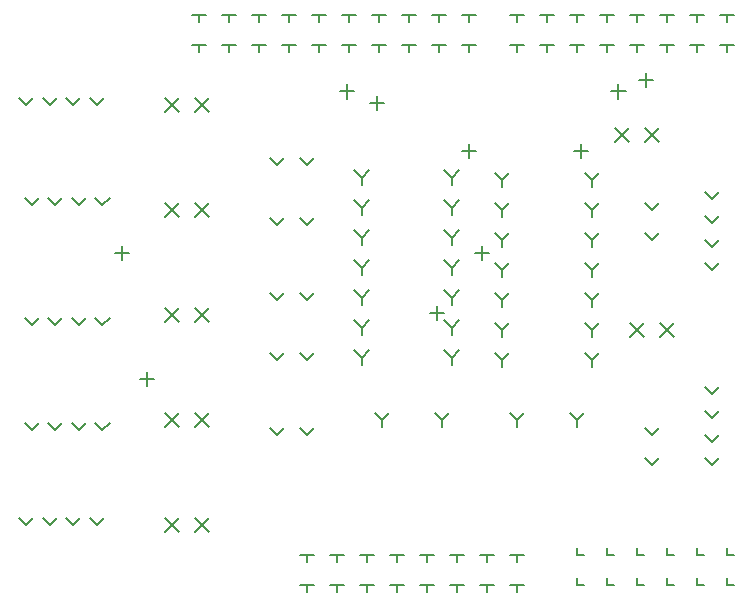
<source format=gbr>
G04 DipTrace 2.4.0.2*
%INThrough.gbr*%
%MOIN*%
G04 Drill Symbols*
G04 D=0.0191 - Cross*
G04 D=0.028 - X*
G04 D=0.0354 - Y*
G04 D=0.0374 - T*
G04 D=0.0394 - V*
G04 D=0.04 - Clock*
%ADD10C,0.008*%
%FSLAX44Y44*%
G04*
G70*
G90*
G75*
G01*
X23940Y5175D2*
D10*
Y4940D1*
X24175D1*
X24940Y5175D2*
Y4940D1*
X25175D1*
X25940Y5175D2*
Y4940D1*
X26175D1*
X26940Y5175D2*
Y4940D1*
X27175D1*
X27940Y5175D2*
Y4940D1*
X28175D1*
X28940Y5175D2*
Y4940D1*
X29175D1*
X28705Y23940D2*
X29175D1*
X28940D2*
Y23705D1*
X27705Y23940D2*
X28175D1*
X27940D2*
Y23705D1*
X26705Y23940D2*
X27175D1*
X26940D2*
Y23705D1*
X25705Y23940D2*
X26175D1*
X25940D2*
Y23705D1*
X24705Y23940D2*
X25175D1*
X24940D2*
Y23705D1*
X23705Y23940D2*
X24175D1*
X23940D2*
Y23705D1*
X22705Y23940D2*
X23175D1*
X22940D2*
Y23705D1*
X21705Y23940D2*
X22175D1*
X21940D2*
Y23705D1*
X14705Y4940D2*
X15175D1*
X14940D2*
Y4705D1*
X15705Y4940D2*
X16175D1*
X15940D2*
Y4705D1*
X16705Y4940D2*
X17175D1*
X16940D2*
Y4705D1*
X17705Y4940D2*
X18175D1*
X17940D2*
Y4705D1*
X18705Y4940D2*
X19175D1*
X18940D2*
Y4705D1*
X19705Y4940D2*
X20175D1*
X19940D2*
Y4705D1*
X20705Y4940D2*
X21175D1*
X20940D2*
Y4705D1*
X21705Y4940D2*
X22175D1*
X21940D2*
Y4705D1*
X20105Y23940D2*
X20575D1*
X20340D2*
Y23705D1*
X19105Y23940D2*
X19575D1*
X19340D2*
Y23705D1*
X18105Y23940D2*
X18575D1*
X18340D2*
Y23705D1*
X17105Y23940D2*
X17575D1*
X17340D2*
Y23705D1*
X16105Y23940D2*
X16575D1*
X16340D2*
Y23705D1*
X15105Y23940D2*
X15575D1*
X15340D2*
Y23705D1*
X14105Y23940D2*
X14575D1*
X14340D2*
Y23705D1*
X13105Y23940D2*
X13575D1*
X13340D2*
Y23705D1*
X12105Y23940D2*
X12575D1*
X12340D2*
Y23705D1*
X11105Y23940D2*
X11575D1*
X11340D2*
Y23705D1*
X20105Y22940D2*
X20575D1*
X20340D2*
Y22705D1*
X19105Y22940D2*
X19575D1*
X19340D2*
Y22705D1*
X18105Y22940D2*
X18575D1*
X18340D2*
Y22705D1*
X17105Y22940D2*
X17575D1*
X17340D2*
Y22705D1*
X16105Y22940D2*
X16575D1*
X16340D2*
Y22705D1*
X15105Y22940D2*
X15575D1*
X15340D2*
Y22705D1*
X14105Y22940D2*
X14575D1*
X14340D2*
Y22705D1*
X13105Y22940D2*
X13575D1*
X13340D2*
Y22705D1*
X12105Y22940D2*
X12575D1*
X12340D2*
Y22705D1*
X11105Y22940D2*
X11575D1*
X11340D2*
Y22705D1*
X28705Y22940D2*
X29175D1*
X28940D2*
Y22705D1*
X27705Y22940D2*
X28175D1*
X27940D2*
Y22705D1*
X26705Y22940D2*
X27175D1*
X26940D2*
Y22705D1*
X25705Y22940D2*
X26175D1*
X25940D2*
Y22705D1*
X24705Y22940D2*
X25175D1*
X24940D2*
Y22705D1*
X23705Y22940D2*
X24175D1*
X23940D2*
Y22705D1*
X22705Y22940D2*
X23175D1*
X22940D2*
Y22705D1*
X21705Y22940D2*
X22175D1*
X21940D2*
Y22705D1*
X23940Y6175D2*
Y5940D1*
X24175D1*
X24940Y6175D2*
Y5940D1*
X25175D1*
X25940Y6175D2*
Y5940D1*
X26175D1*
X26940Y6175D2*
Y5940D1*
X27175D1*
X27940Y6175D2*
Y5940D1*
X28175D1*
X28940Y6175D2*
Y5940D1*
X29175D1*
X14705D2*
X15175D1*
X14940D2*
Y5705D1*
X15705Y5940D2*
X16175D1*
X15940D2*
Y5705D1*
X16705Y5940D2*
X17175D1*
X16940D2*
Y5705D1*
X17705Y5940D2*
X18175D1*
X17940D2*
Y5705D1*
X18705Y5940D2*
X19175D1*
X18940D2*
Y5705D1*
X19705Y5940D2*
X20175D1*
X19940D2*
Y5705D1*
X20705Y5940D2*
X21175D1*
X20940D2*
Y5705D1*
X21705Y5940D2*
X22175D1*
X21940D2*
Y5705D1*
X17205Y10675D2*
X17440Y10440D1*
X17675Y10675D1*
X17440Y10440D2*
Y10205D1*
X19205Y10675D2*
X19440Y10440D1*
X19675Y10675D1*
X19440Y10440D2*
Y10205D1*
X21705Y10675D2*
X21940Y10440D1*
X22175Y10675D1*
X21940Y10440D2*
Y10205D1*
X23705Y10675D2*
X23940Y10440D1*
X24175Y10675D1*
X23940Y10440D2*
Y10205D1*
X10205Y21175D2*
X10675Y20705D1*
Y21175D2*
X10205Y20705D1*
X11205Y21175D2*
X11675Y20705D1*
Y21175D2*
X11205Y20705D1*
X10205Y17675D2*
X10675Y17205D1*
Y17675D2*
X10205Y17205D1*
X11205Y17675D2*
X11675Y17205D1*
Y17675D2*
X11205Y17205D1*
X10205Y14175D2*
X10675Y13705D1*
Y14175D2*
X10205Y13705D1*
X11205Y14175D2*
X11675Y13705D1*
Y14175D2*
X11205Y13705D1*
X10205Y10675D2*
X10675Y10205D1*
Y10675D2*
X10205Y10205D1*
X11205Y10675D2*
X11675Y10205D1*
Y10675D2*
X11205Y10205D1*
X10205Y7175D2*
X10675Y6705D1*
Y7175D2*
X10205Y6705D1*
X11205Y7175D2*
X11675Y6705D1*
Y7175D2*
X11205Y6705D1*
X25205Y20175D2*
X25675Y19705D1*
Y20175D2*
X25205Y19705D1*
X26205Y20175D2*
X26675Y19705D1*
Y20175D2*
X26205Y19705D1*
X25705Y13675D2*
X26175Y13205D1*
Y13675D2*
X25705Y13205D1*
X26705Y13675D2*
X27175Y13205D1*
Y13675D2*
X26705Y13205D1*
X7705Y21175D2*
X7940Y20940D1*
X8175Y21175D1*
X6918D2*
X7153Y20940D1*
X7388Y21175D1*
X6130D2*
X6365Y20940D1*
X6600Y21175D1*
X5343D2*
X5578Y20940D1*
X5813Y21175D1*
X7886Y17856D2*
X8121Y17621D1*
X8356Y17856D1*
X7099D2*
X7334Y17621D1*
X7569Y17856D1*
X6311D2*
X6546Y17621D1*
X6781Y17856D1*
X5524D2*
X5759Y17621D1*
X5994Y17856D1*
X7886Y13856D2*
X8121Y13621D1*
X8356Y13856D1*
X7099D2*
X7334Y13621D1*
X7569Y13856D1*
X6311D2*
X6546Y13621D1*
X6781Y13856D1*
X5524D2*
X5759Y13621D1*
X5994Y13856D1*
X7886Y10356D2*
X8121Y10121D1*
X8356Y10356D1*
X7099D2*
X7334Y10121D1*
X7569Y10356D1*
X6311D2*
X6546Y10121D1*
X6781Y10356D1*
X5524D2*
X5759Y10121D1*
X5994Y10356D1*
X7705Y7175D2*
X7940Y6940D1*
X8175Y7175D1*
X6918D2*
X7153Y6940D1*
X7388Y7175D1*
X6130D2*
X6365Y6940D1*
X6600Y7175D1*
X5343D2*
X5578Y6940D1*
X5813Y7175D1*
X28205Y15675D2*
X28440Y15440D1*
X28675Y15675D1*
X28205Y16463D2*
X28440Y16228D1*
X28675Y16463D1*
X28205Y17250D2*
X28440Y17015D1*
X28675Y17250D1*
X28205Y18037D2*
X28440Y17802D1*
X28675Y18037D1*
X28205Y9175D2*
X28440Y8940D1*
X28675Y9175D1*
X28205Y9963D2*
X28440Y9728D1*
X28675Y9963D1*
X28205Y10750D2*
X28440Y10515D1*
X28675Y10750D1*
X28205Y11537D2*
X28440Y11302D1*
X28675Y11537D1*
X13705Y19175D2*
X13940Y18940D1*
X14175Y19175D1*
X14705D2*
X14940Y18940D1*
X15175Y19175D1*
X13705Y17175D2*
X13940Y16940D1*
X14175Y17175D1*
X14705D2*
X14940Y16940D1*
X15175Y17175D1*
X13705Y14675D2*
X13940Y14440D1*
X14175Y14675D1*
X14705D2*
X14940Y14440D1*
X15175Y14675D1*
X13705Y12675D2*
X13940Y12440D1*
X14175Y12675D1*
X14705D2*
X14940Y12440D1*
X15175Y12675D1*
X13705Y10175D2*
X13940Y9940D1*
X14175Y10175D1*
X14705D2*
X14940Y9940D1*
X15175Y10175D1*
X26205Y16675D2*
X26440Y16440D1*
X26675Y16675D1*
X26205Y17675D2*
X26440Y17440D1*
X26675Y17675D1*
X26205Y10175D2*
X26440Y9940D1*
X26675Y10175D1*
X26205Y9175D2*
X26440Y8940D1*
X26675Y9175D1*
X16521Y18766D2*
X16756Y18531D1*
X16991Y18766D1*
X16756Y18531D2*
Y18296D1*
X16521Y17766D2*
X16756Y17531D1*
X16991Y17766D1*
X16756Y17531D2*
Y17296D1*
X16521Y16766D2*
X16756Y16531D1*
X16991Y16766D1*
X16756Y16531D2*
Y16296D1*
X16521Y15766D2*
X16756Y15531D1*
X16991Y15766D1*
X16756Y15531D2*
Y15296D1*
X16521Y14766D2*
X16756Y14531D1*
X16991Y14766D1*
X16756Y14531D2*
Y14296D1*
X16521Y13766D2*
X16756Y13531D1*
X16991Y13766D1*
X16756Y13531D2*
Y13296D1*
X16521Y12766D2*
X16756Y12531D1*
X16991Y12766D1*
X16756Y12531D2*
Y12296D1*
X19521Y12766D2*
X19756Y12531D1*
X19991Y12766D1*
X19756Y12531D2*
Y12296D1*
X19521Y13766D2*
X19756Y13531D1*
X19991Y13766D1*
X19756Y13531D2*
Y13296D1*
X19521Y14766D2*
X19756Y14531D1*
X19991Y14766D1*
X19756Y14531D2*
Y14296D1*
X19521Y15766D2*
X19756Y15531D1*
X19991Y15766D1*
X19756Y15531D2*
Y15296D1*
X19521Y16766D2*
X19756Y16531D1*
X19991Y16766D1*
X19756Y16531D2*
Y16296D1*
X19521Y17766D2*
X19756Y17531D1*
X19991Y17766D1*
X19756Y17531D2*
Y17296D1*
X19521Y18766D2*
X19756Y18531D1*
X19991Y18766D1*
X19756Y18531D2*
Y18296D1*
X21205Y18675D2*
X21440Y18440D1*
X21675Y18675D1*
X21440Y18440D2*
Y18205D1*
X21205Y17675D2*
X21440Y17440D1*
X21675Y17675D1*
X21440Y17440D2*
Y17205D1*
X21205Y16675D2*
X21440Y16440D1*
X21675Y16675D1*
X21440Y16440D2*
Y16205D1*
X21205Y15675D2*
X21440Y15440D1*
X21675Y15675D1*
X21440Y15440D2*
Y15205D1*
X21205Y14675D2*
X21440Y14440D1*
X21675Y14675D1*
X21440Y14440D2*
Y14205D1*
X21205Y13675D2*
X21440Y13440D1*
X21675Y13675D1*
X21440Y13440D2*
Y13205D1*
X21205Y12675D2*
X21440Y12440D1*
X21675Y12675D1*
X21440Y12440D2*
Y12205D1*
X24205Y12675D2*
X24440Y12440D1*
X24675Y12675D1*
X24440Y12440D2*
Y12205D1*
X24205Y13675D2*
X24440Y13440D1*
X24675Y13675D1*
X24440Y13440D2*
Y13205D1*
X24205Y14675D2*
X24440Y14440D1*
X24675Y14675D1*
X24440Y14440D2*
Y14205D1*
X24205Y15675D2*
X24440Y15440D1*
X24675Y15675D1*
X24440Y15440D2*
Y15205D1*
X24205Y16675D2*
X24440Y16440D1*
X24675Y16675D1*
X24440Y16440D2*
Y16205D1*
X24205Y17675D2*
X24440Y17440D1*
X24675Y17675D1*
X24440Y17440D2*
Y17205D1*
X24205Y18675D2*
X24440Y18440D1*
X24675Y18675D1*
X24440Y18440D2*
Y18205D1*
X17286Y21240D2*
Y20770D1*
X17051Y21005D2*
X17521D1*
X25320Y21635D2*
Y21165D1*
X25085Y21400D2*
X25555D1*
X16266Y21635D2*
Y21165D1*
X16031Y21400D2*
X16501D1*
X20340Y19651D2*
Y19181D1*
X20105Y19416D2*
X20575D1*
X24085Y19651D2*
Y19181D1*
X23850Y19416D2*
X24320D1*
X19266Y14256D2*
Y13786D1*
X19031Y14021D2*
X19501D1*
X9600Y12050D2*
Y11580D1*
X9365Y11815D2*
X9835D1*
X26239Y22030D2*
Y21560D1*
X26004Y21795D2*
X26474D1*
X8766Y16256D2*
Y15786D1*
X8531Y16021D2*
X9001D1*
X20766Y16256D2*
Y15786D1*
X20531Y16021D2*
X21001D1*
M02*

</source>
